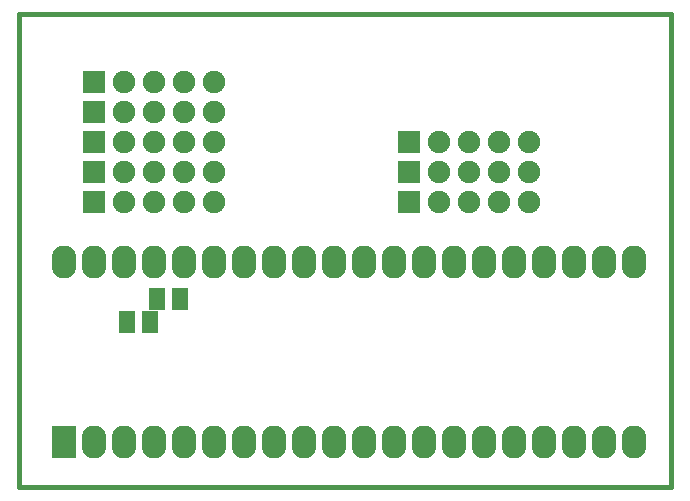
<source format=gbs>
G04 (created by PCBNEW-RS274X (20100308 SVN-R2437)-RC5) date Wed 10 Mar 2010 11:33:35 AM CET*
G01*
G70*
G90*
%MOIN*%
G04 Gerber Fmt 3.4, Leading zero omitted, Abs format*
%FSLAX34Y34*%
G04 APERTURE LIST*
%ADD10C,0.006000*%
%ADD11C,0.015000*%
%ADD12R,0.075000X0.075000*%
%ADD13C,0.075000*%
%ADD14R,0.082000X0.110000*%
%ADD15O,0.082000X0.110000*%
%ADD16R,0.055000X0.075000*%
G04 APERTURE END LIST*
G54D10*
G54D11*
X41500Y-29000D02*
X41500Y-13250D01*
X63250Y-29000D02*
X41500Y-29000D01*
X63250Y-28750D02*
X63250Y-29000D01*
X63250Y-13250D02*
X63250Y-28750D01*
X41500Y-13250D02*
X63250Y-13250D01*
G54D12*
X44000Y-17500D03*
G54D13*
X45000Y-17500D03*
X46000Y-17500D03*
X47000Y-17500D03*
X48000Y-17500D03*
G54D12*
X44000Y-16500D03*
G54D13*
X45000Y-16500D03*
X46000Y-16500D03*
X47000Y-16500D03*
X48000Y-16500D03*
G54D12*
X54500Y-17500D03*
G54D13*
X55500Y-17500D03*
X56500Y-17500D03*
X57500Y-17500D03*
X58500Y-17500D03*
G54D12*
X44000Y-15500D03*
G54D13*
X45000Y-15500D03*
X46000Y-15500D03*
X47000Y-15500D03*
X48000Y-15500D03*
G54D12*
X54500Y-18500D03*
G54D13*
X55500Y-18500D03*
X56500Y-18500D03*
X57500Y-18500D03*
X58500Y-18500D03*
G54D12*
X54500Y-19500D03*
G54D13*
X55500Y-19500D03*
X56500Y-19500D03*
X57500Y-19500D03*
X58500Y-19500D03*
G54D12*
X44000Y-18500D03*
G54D13*
X45000Y-18500D03*
X46000Y-18500D03*
X47000Y-18500D03*
X48000Y-18500D03*
G54D14*
X43000Y-27500D03*
G54D15*
X44000Y-27500D03*
X45000Y-27500D03*
X46000Y-27500D03*
X47000Y-27500D03*
X48000Y-27500D03*
X49000Y-27500D03*
X50000Y-27500D03*
X51000Y-27500D03*
X52000Y-27500D03*
X53000Y-27500D03*
X54000Y-27500D03*
X55000Y-27500D03*
X56000Y-27500D03*
X57000Y-27500D03*
X58000Y-27500D03*
X59000Y-27500D03*
X60000Y-27500D03*
X61000Y-27500D03*
X62000Y-27500D03*
X62000Y-21500D03*
X61000Y-21500D03*
X60000Y-21500D03*
X59000Y-21500D03*
X58000Y-21500D03*
X57000Y-21500D03*
X56000Y-21500D03*
X55000Y-21500D03*
X54000Y-21500D03*
X53000Y-21500D03*
X52000Y-21500D03*
X51000Y-21500D03*
X50000Y-21500D03*
X49000Y-21500D03*
X48000Y-21500D03*
X47000Y-21500D03*
X46000Y-21500D03*
X45000Y-21500D03*
X44000Y-21500D03*
X43000Y-21500D03*
G54D12*
X44000Y-19500D03*
G54D13*
X45000Y-19500D03*
X46000Y-19500D03*
X47000Y-19500D03*
X48000Y-19500D03*
G54D16*
X45875Y-23500D03*
X45125Y-23500D03*
X46875Y-22750D03*
X46125Y-22750D03*
M02*

</source>
